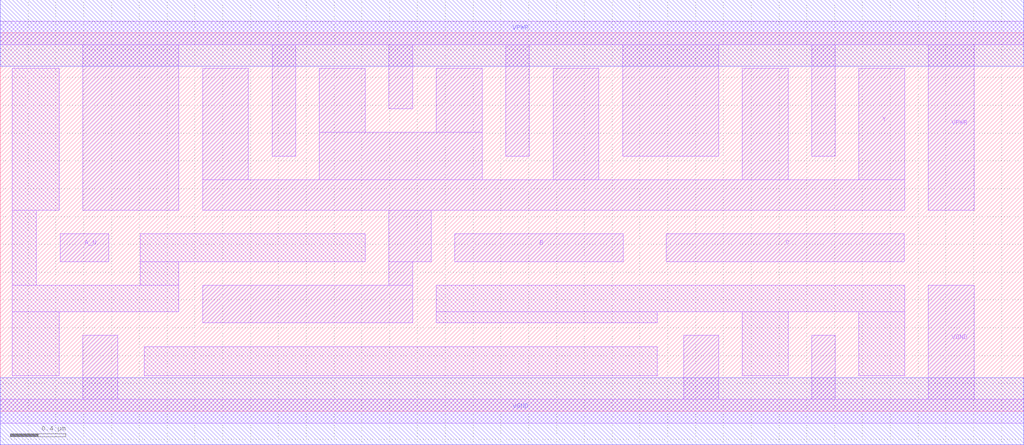
<source format=lef>
# Copyright 2020 The SkyWater PDK Authors
#
# Licensed under the Apache License, Version 2.0 (the "License");
# you may not use this file except in compliance with the License.
# You may obtain a copy of the License at
#
#     https://www.apache.org/licenses/LICENSE-2.0
#
# Unless required by applicable law or agreed to in writing, software
# distributed under the License is distributed on an "AS IS" BASIS,
# WITHOUT WARRANTIES OR CONDITIONS OF ANY KIND, either express or implied.
# See the License for the specific language governing permissions and
# limitations under the License.
#
# SPDX-License-Identifier: Apache-2.0

VERSION 5.5 ;
NAMESCASESENSITIVE ON ;
BUSBITCHARS "[]" ;
DIVIDERCHAR "/" ;
MACRO sky130_fd_sc_hd__nand3b_4
  CLASS CORE ;
  SOURCE USER ;
  ORIGIN  0.000000  0.000000 ;
  SIZE  7.360000 BY  2.720000 ;
  SYMMETRY X Y R90 ;
  SITE unithd ;
  PIN A_N
    ANTENNAGATEAREA  0.247500 ;
    DIRECTION INPUT ;
    USE SIGNAL ;
    PORT
      LAYER li1 ;
        RECT 0.430000 1.075000 0.780000 1.275000 ;
    END
  END A_N
  PIN B
    ANTENNAGATEAREA  0.990000 ;
    DIRECTION INPUT ;
    USE SIGNAL ;
    PORT
      LAYER li1 ;
        RECT 3.270000 1.075000 4.480000 1.275000 ;
    END
  END B
  PIN C
    ANTENNAGATEAREA  0.990000 ;
    DIRECTION INPUT ;
    USE SIGNAL ;
    PORT
      LAYER li1 ;
        RECT 4.790000 1.075000 6.500000 1.275000 ;
    END
  END C
  PIN Y
    ANTENNADIFFAREA  1.971000 ;
    DIRECTION OUTPUT ;
    USE SIGNAL ;
    PORT
      LAYER li1 ;
        RECT 1.455000 0.635000 2.965000 0.905000 ;
        RECT 1.455000 1.445000 6.505000 1.665000 ;
        RECT 1.455000 1.665000 1.785000 2.465000 ;
        RECT 2.295000 1.665000 3.465000 2.005000 ;
        RECT 2.295000 2.005000 2.625000 2.465000 ;
        RECT 2.795000 0.905000 2.965000 1.075000 ;
        RECT 2.795000 1.075000 3.100000 1.445000 ;
        RECT 3.135000 2.005000 3.465000 2.465000 ;
        RECT 3.975000 1.665000 4.305000 2.465000 ;
        RECT 5.335000 1.665000 5.665000 2.465000 ;
        RECT 6.175000 1.665000 6.505000 2.465000 ;
    END
  END Y
  PIN VGND
    DIRECTION INOUT ;
    SHAPE ABUTMENT ;
    USE GROUND ;
    PORT
      LAYER li1 ;
        RECT 0.000000 -0.085000 7.360000 0.085000 ;
        RECT 0.595000  0.085000 0.845000 0.545000 ;
        RECT 4.915000  0.085000 5.165000 0.545000 ;
        RECT 5.835000  0.085000 6.005000 0.545000 ;
        RECT 6.675000  0.085000 7.005000 0.905000 ;
    END
    PORT
      LAYER met1 ;
        RECT 0.000000 -0.240000 7.360000 0.240000 ;
    END
  END VGND
  PIN VPWR
    DIRECTION INOUT ;
    SHAPE ABUTMENT ;
    USE POWER ;
    PORT
      LAYER li1 ;
        RECT 0.000000 2.635000 7.360000 2.805000 ;
        RECT 0.595000 1.445000 1.285000 2.635000 ;
        RECT 1.955000 1.835000 2.125000 2.635000 ;
        RECT 2.795000 2.175000 2.965000 2.635000 ;
        RECT 3.635000 1.835000 3.805000 2.635000 ;
        RECT 4.475000 1.835000 5.165000 2.635000 ;
        RECT 5.835000 1.835000 6.005000 2.635000 ;
        RECT 6.675000 1.445000 7.005000 2.635000 ;
    END
    PORT
      LAYER met1 ;
        RECT 0.000000 2.480000 7.360000 2.960000 ;
    END
  END VPWR
  OBS
    LAYER li1 ;
      RECT 0.085000 0.255000 0.425000 0.715000 ;
      RECT 0.085000 0.715000 1.285000 0.905000 ;
      RECT 0.085000 0.905000 0.260000 1.445000 ;
      RECT 0.085000 1.445000 0.425000 2.465000 ;
      RECT 1.005000 0.905000 1.285000 1.075000 ;
      RECT 1.005000 1.075000 2.625000 1.275000 ;
      RECT 1.035000 0.255000 4.725000 0.465000 ;
      RECT 3.135000 0.635000 4.725000 0.715000 ;
      RECT 3.135000 0.715000 6.505000 0.905000 ;
      RECT 5.335000 0.255000 5.665000 0.715000 ;
      RECT 6.175000 0.255000 6.505000 0.715000 ;
  END
END sky130_fd_sc_hd__nand3b_4
END LIBRARY

</source>
